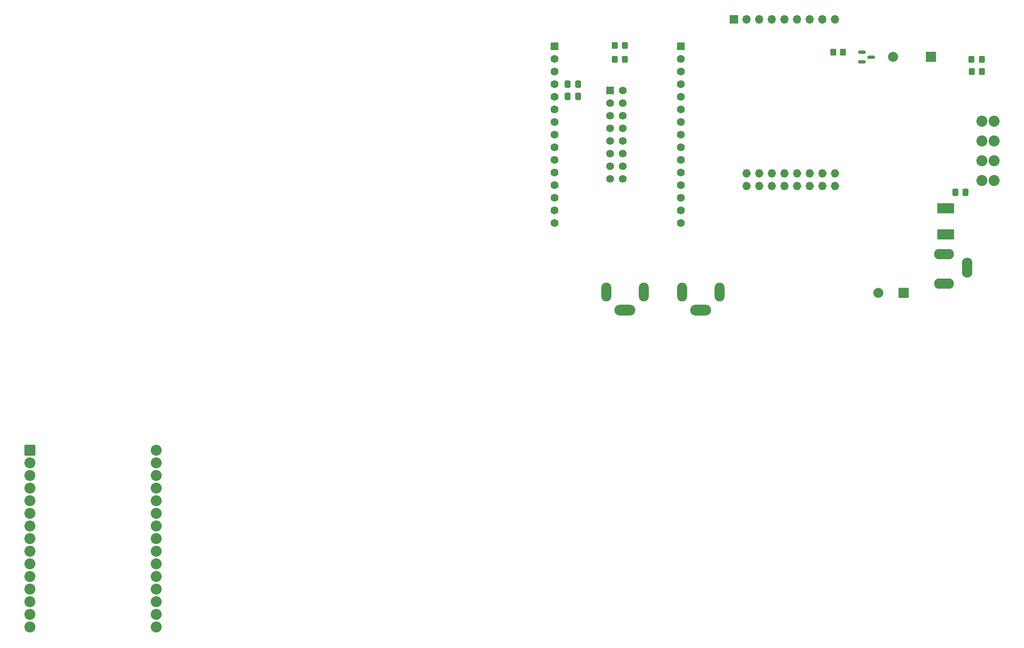
<source format=gbr>
%TF.GenerationSoftware,KiCad,Pcbnew,9.0.0*%
%TF.CreationDate,2025-04-23T05:04:15-04:00*%
%TF.ProjectId,W4MLB_Band_Display_V2,57344d4c-425f-4426-916e-645f44697370,1.0*%
%TF.SameCoordinates,Original*%
%TF.FileFunction,Soldermask,Top*%
%TF.FilePolarity,Negative*%
%FSLAX46Y46*%
G04 Gerber Fmt 4.6, Leading zero omitted, Abs format (unit mm)*
G04 Created by KiCad (PCBNEW 9.0.0) date 2025-04-23 05:04:15*
%MOMM*%
%LPD*%
G01*
G04 APERTURE LIST*
G04 Aperture macros list*
%AMRoundRect*
0 Rectangle with rounded corners*
0 $1 Rounding radius*
0 $2 $3 $4 $5 $6 $7 $8 $9 X,Y pos of 4 corners*
0 Add a 4 corners polygon primitive as box body*
4,1,4,$2,$3,$4,$5,$6,$7,$8,$9,$2,$3,0*
0 Add four circle primitives for the rounded corners*
1,1,$1+$1,$2,$3*
1,1,$1+$1,$4,$5*
1,1,$1+$1,$6,$7*
1,1,$1+$1,$8,$9*
0 Add four rect primitives between the rounded corners*
20,1,$1+$1,$2,$3,$4,$5,0*
20,1,$1+$1,$4,$5,$6,$7,0*
20,1,$1+$1,$6,$7,$8,$9,0*
20,1,$1+$1,$8,$9,$2,$3,0*%
G04 Aperture macros list end*
%ADD10C,0.860984*%
%ADD11RoundRect,0.250000X-0.350000X-0.450000X0.350000X-0.450000X0.350000X0.450000X-0.350000X0.450000X0*%
%ADD12RoundRect,0.250000X0.325000X0.450000X-0.325000X0.450000X-0.325000X-0.450000X0.325000X-0.450000X0*%
%ADD13O,2.004000X3.804000*%
%ADD14O,4.204000X2.204000*%
%ADD15C,2.223300*%
%ADD16R,2.000000X2.000000*%
%ADD17C,2.000000*%
%ADD18RoundRect,0.250000X-0.337500X-0.475000X0.337500X-0.475000X0.337500X0.475000X-0.337500X0.475000X0*%
%ADD19RoundRect,0.102000X-0.695000X0.695000X-0.695000X-0.695000X0.695000X-0.695000X0.695000X0.695000X0*%
%ADD20C,1.594000*%
%ADD21RoundRect,0.150000X-0.587500X-0.150000X0.587500X-0.150000X0.587500X0.150000X-0.587500X0.150000X0*%
%ADD22O,4.004000X2.104000*%
%ADD23O,2.104000X4.004000*%
%ADD24R,1.700000X1.700000*%
%ADD25O,1.700000X1.700000*%
%ADD26RoundRect,0.102000X-1.000000X-1.000000X1.000000X-1.000000X1.000000X1.000000X-1.000000X1.000000X0*%
%ADD27C,2.204000*%
%ADD28RoundRect,0.102000X1.575000X-0.890000X1.575000X0.890000X-1.575000X0.890000X-1.575000X-0.890000X0*%
%ADD29RoundRect,0.102000X0.685000X-0.685000X0.685000X0.685000X-0.685000X0.685000X-0.685000X-0.685000X0*%
%ADD30C,1.574000*%
G04 APERTURE END LIST*
%TO.C,J4*%
D10*
X160900492Y-100000000D02*
G75*
G02*
X160039508Y-100000000I-430492J0D01*
G01*
X160039508Y-100000000D02*
G75*
G02*
X160900492Y-100000000I430492J0D01*
G01*
X163440492Y-100000000D02*
G75*
G02*
X162579508Y-100000000I-430492J0D01*
G01*
X162579508Y-100000000D02*
G75*
G02*
X163440492Y-100000000I430492J0D01*
G01*
X165980492Y-100000000D02*
G75*
G02*
X165119508Y-100000000I-430492J0D01*
G01*
X165119508Y-100000000D02*
G75*
G02*
X165980492Y-100000000I430492J0D01*
G01*
X168520492Y-100000000D02*
G75*
G02*
X167659508Y-100000000I-430492J0D01*
G01*
X167659508Y-100000000D02*
G75*
G02*
X168520492Y-100000000I430492J0D01*
G01*
X171060492Y-100000000D02*
G75*
G02*
X170199508Y-100000000I-430492J0D01*
G01*
X170199508Y-100000000D02*
G75*
G02*
X171060492Y-100000000I430492J0D01*
G01*
X173600492Y-100000000D02*
G75*
G02*
X172739508Y-100000000I-430492J0D01*
G01*
X172739508Y-100000000D02*
G75*
G02*
X173600492Y-100000000I430492J0D01*
G01*
X176140492Y-100000000D02*
G75*
G02*
X175279508Y-100000000I-430492J0D01*
G01*
X175279508Y-100000000D02*
G75*
G02*
X176140492Y-100000000I430492J0D01*
G01*
X178680492Y-100000000D02*
G75*
G02*
X177819508Y-100000000I-430492J0D01*
G01*
X177819508Y-100000000D02*
G75*
G02*
X178680492Y-100000000I430492J0D01*
G01*
X160900492Y-97460000D02*
G75*
G02*
X160039508Y-97460000I-430492J0D01*
G01*
X160039508Y-97460000D02*
G75*
G02*
X160900492Y-97460000I430492J0D01*
G01*
X163440492Y-97460000D02*
G75*
G02*
X162579508Y-97460000I-430492J0D01*
G01*
X162579508Y-97460000D02*
G75*
G02*
X163440492Y-97460000I430492J0D01*
G01*
X165980492Y-97460000D02*
G75*
G02*
X165119508Y-97460000I-430492J0D01*
G01*
X165119508Y-97460000D02*
G75*
G02*
X165980492Y-97460000I430492J0D01*
G01*
X168520492Y-97460000D02*
G75*
G02*
X167659508Y-97460000I-430492J0D01*
G01*
X167659508Y-97460000D02*
G75*
G02*
X168520492Y-97460000I430492J0D01*
G01*
X171060492Y-97460000D02*
G75*
G02*
X170199508Y-97460000I-430492J0D01*
G01*
X170199508Y-97460000D02*
G75*
G02*
X171060492Y-97460000I430492J0D01*
G01*
X173600492Y-97460000D02*
G75*
G02*
X172739508Y-97460000I-430492J0D01*
G01*
X172739508Y-97460000D02*
G75*
G02*
X173600492Y-97460000I430492J0D01*
G01*
X176140492Y-97460000D02*
G75*
G02*
X175279508Y-97460000I-430492J0D01*
G01*
X175279508Y-97460000D02*
G75*
G02*
X176140492Y-97460000I430492J0D01*
G01*
X178680492Y-97460000D02*
G75*
G02*
X177819508Y-97460000I-430492J0D01*
G01*
X177819508Y-97460000D02*
G75*
G02*
X178680492Y-97460000I430492J0D01*
G01*
%TD*%
D11*
%TO.C,R1*%
X207750000Y-77000000D03*
X205750000Y-77000000D03*
%TD*%
D12*
%TO.C,D3*%
X205700000Y-74500000D03*
X207750000Y-74500000D03*
%TD*%
D13*
%TO.C,J6*%
X155017500Y-121300000D03*
X147517500Y-121300000D03*
D14*
X151267500Y-125000000D03*
%TD*%
D13*
%TO.C,J5*%
X139767500Y-121300000D03*
X132267500Y-121300000D03*
D14*
X136017500Y-125000000D03*
%TD*%
D15*
%TO.C,J7*%
X210260000Y-86990000D03*
X210260000Y-90950000D03*
X210260000Y-94910000D03*
X210260000Y-98870000D03*
X207800000Y-86990000D03*
X207800000Y-90950000D03*
X207800000Y-94910000D03*
X207800000Y-98870000D03*
%TD*%
D11*
%TO.C,R2*%
X177862500Y-73100000D03*
X179862500Y-73100000D03*
%TD*%
D16*
%TO.C,BZ1*%
X197500000Y-74000000D03*
D17*
X189900000Y-74000000D03*
%TD*%
D18*
%TO.C,C1*%
X202425000Y-101250000D03*
X204500000Y-101250000D03*
%TD*%
D12*
%TO.C,D1*%
X136000000Y-71750000D03*
X133950000Y-71750000D03*
%TD*%
D19*
%TO.C,J2*%
X147230000Y-71860000D03*
D20*
X147230000Y-74400000D03*
X147230000Y-76940000D03*
X147230000Y-79480000D03*
X147230000Y-82020000D03*
X147230000Y-84560000D03*
X147230000Y-87100000D03*
X147230000Y-89640000D03*
X147230000Y-92180000D03*
X147230000Y-94720000D03*
X147230000Y-97260000D03*
X147230000Y-99800000D03*
X147230000Y-102340000D03*
X147230000Y-104880000D03*
X147230000Y-107420000D03*
%TD*%
D21*
%TO.C,Q1*%
X183625000Y-73100000D03*
X183625000Y-75000000D03*
X185500000Y-74050000D03*
%TD*%
D22*
%TO.C,J8*%
X200200000Y-113737500D03*
X200200000Y-119667500D03*
D23*
X204850000Y-116417500D03*
%TD*%
D24*
%TO.C,J9*%
X157930000Y-66500000D03*
D25*
X160470000Y-66500000D03*
X163010000Y-66500000D03*
X165550000Y-66500000D03*
X168090000Y-66500000D03*
X170630000Y-66500000D03*
X173170000Y-66500000D03*
X175710000Y-66500000D03*
X178250000Y-66500000D03*
%TD*%
D26*
%TO.C,U1*%
X16350000Y-153190000D03*
D27*
X16350000Y-155730000D03*
X16350000Y-158270000D03*
X16350000Y-160810000D03*
X16350000Y-163350000D03*
X16350000Y-165890000D03*
X16350000Y-168430000D03*
X16350000Y-170970000D03*
X16350000Y-173510000D03*
X16350000Y-176050000D03*
X16350000Y-178590000D03*
X16350000Y-181130000D03*
X16350000Y-183670000D03*
X16350000Y-186210000D03*
X16350000Y-188750000D03*
X41750000Y-188750000D03*
X41750000Y-186210000D03*
X41750000Y-183670000D03*
X41750000Y-181130000D03*
X41750000Y-178590000D03*
X41750000Y-176050000D03*
X41750000Y-173510000D03*
X41750000Y-170970000D03*
X41750000Y-168430000D03*
X41750000Y-165890000D03*
X41750000Y-163350000D03*
X41750000Y-160810000D03*
X41750000Y-158270000D03*
X41750000Y-155730000D03*
X41750000Y-153190000D03*
%TD*%
D28*
%TO.C,F1*%
X200500000Y-109750000D03*
X200500000Y-104520000D03*
%TD*%
D12*
%TO.C,D2*%
X136000000Y-74500000D03*
X133950000Y-74500000D03*
%TD*%
D16*
%TO.C,C2*%
X192000000Y-121500000D03*
D17*
X187000000Y-121500000D03*
%TD*%
D18*
%TO.C,C3*%
X124500000Y-82000000D03*
X126575000Y-82000000D03*
%TD*%
%TO.C,C4*%
X124500000Y-79500000D03*
X126575000Y-79500000D03*
%TD*%
D19*
%TO.C,J1*%
X121830000Y-71860000D03*
D20*
X121830000Y-74400000D03*
X121830000Y-76940000D03*
X121830000Y-79480000D03*
X121830000Y-82020000D03*
X121830000Y-84560000D03*
X121830000Y-87100000D03*
X121830000Y-89640000D03*
X121830000Y-92180000D03*
X121830000Y-94720000D03*
X121830000Y-97260000D03*
X121830000Y-99800000D03*
X121830000Y-102340000D03*
X121830000Y-104880000D03*
X121830000Y-107420000D03*
%TD*%
D29*
%TO.C,J3*%
X133010000Y-80802500D03*
D30*
X135550000Y-80802500D03*
X133010000Y-83342500D03*
X135550000Y-83342500D03*
X133010000Y-85882500D03*
X135550000Y-85882500D03*
X133010000Y-88422500D03*
X135550000Y-88422500D03*
X133010000Y-90962500D03*
X135550000Y-90962500D03*
X133010000Y-93502500D03*
X135550000Y-93502500D03*
X133010000Y-96042500D03*
X135550000Y-96042500D03*
X133010000Y-98582500D03*
X135550000Y-98582500D03*
%TD*%
M02*

</source>
